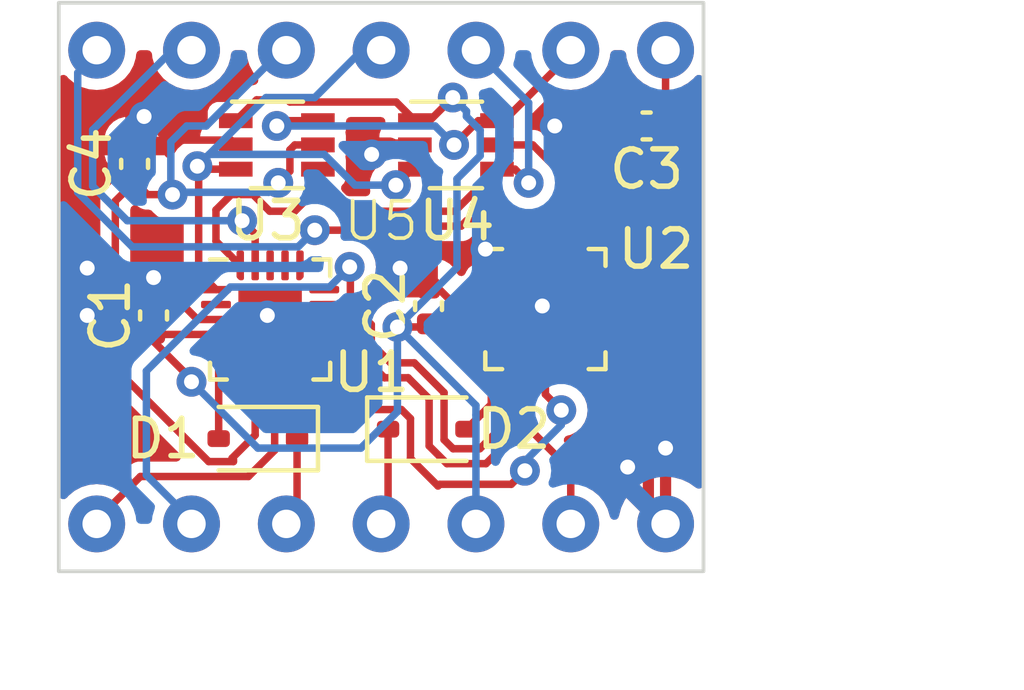
<source format=kicad_pcb>
(kicad_pcb (version 20221018) (generator pcbnew)
  (layers (0 "F.Cu" signal) (31 "B.Cu" signal) (34 "B.Paste" user) (35 "F.Paste" user) (36 "B.SilkS" user "B.Silkscreen") (37 "F.SilkS" user "F.Silkscreen") (38 "B.Mask" user) (39 "F.Mask" user) (44 "Edge.Cuts" user))
  (net 0 "")
  (net 1 "+3.3V")
  (net 2 "GND")
  (net 3 "CURR_TRIP_LOW")
  (net 4 "CURR_TRIP_HIGH")
  (net 5 "HW_OVERCURRENT")
  (net 6 "Net-(D1-A)")
  (net 7 "DISABLE")
  (net 8 "Net-(D2-A)")
  (net 9 "SCL")
  (net 12 "CURR2")
  (net 15 "CURR1")
  (net 16 "CURR3")
  (net 21 "UPDI")
  (net 22 "SDA")
  (net 31 "UPDI2")
  (net 32 "+3.3VADC")
  (footprint "Capacitor_SMD:C_0402_1005Metric" (layer "F.Cu") (at 157.734 96.774 90)
    (fp_text reference "C2" (at 0 -1.16 90) (layer "F.SilkS"))
    (fp_text value "1u")
    (fp_line (start -0.107836 -0.36) (end 0.107836 -0.36) (stroke (width 0.12)) (layer "F.SilkS"))
    (fp_line (start -0.107836 0.36) (end 0.107836 0.36) (stroke (width 0.12)) (layer "F.SilkS"))
    (pad "1" smd roundrect (at -0.48 0 90) (size 0.56 0.62) (layers "F.Cu" "F.Paste" "F.Mask") (net 1 "+3.3V"))
    (pad "2" smd roundrect (at 0.48 0 90) (size 0.56 0.62) (layers "F.Cu" "F.Paste" "F.Mask") (net 2 "GND"))
  )
  (footprint "Package_TO_SOT_SMD:Texas_R-PDSO-G6" (layer "F.Cu") (at 153.67 92.456)
    (fp_text reference "U3" (at -0.254 2.032) (layer "F.SilkS"))
    (fp_text value "TPL0401A-10DCKR")
    (fp_line (start -0.7 1.16) (end 0.7 1.16) (stroke (width 0.12)) (layer "F.SilkS"))
    (fp_line (start 0.7 -1.16) (end -1.2 -1.16) (stroke (width 0.12)) (layer "F.SilkS"))
    (pad "1" smd rect (at -1.1 -0.65) (size 0.9 0.4) (layers "F.Cu" "F.Paste" "F.Mask") (net 1 "+3.3V"))
    (pad "2" smd rect (at -1.1 0) (size 0.9 0.4) (layers "F.Cu" "F.Paste" "F.Mask") (net 2 "GND"))
    (pad "3" smd rect (at -1.1 0.65) (size 0.9 0.4) (layers "F.Cu" "F.Paste" "F.Mask") (net 9 "SCL"))
    (pad "4" smd rect (at 1.1 0.65) (size 0.9 0.4) (layers "F.Cu" "F.Paste" "F.Mask") (net 22 "SDA"))
    (pad "5" smd rect (at 1.1 0) (size 0.9 0.4) (layers "F.Cu" "F.Paste" "F.Mask") (net 4 "CURR_TRIP_HIGH"))
    (pad "6" smd rect (at 1.1 -0.65) (size 0.9 0.4) (layers "F.Cu" "F.Paste" "F.Mask") (net 32 "+3.3VADC"))
  )
  (footprint "Diode_SMD:D_SOD-323" (layer "F.Cu") (at 157.7 100.076)
    (fp_text reference "D2" (at 2.32 0) (layer "F.SilkS"))
    (fp_text value "1N5819WS")
    (fp_line (start -1.61 -0.85) (end -1.61 0.85) (stroke (width 0.12)) (layer "F.SilkS"))
    (fp_line (start -1.61 -0.85) (end 1.05 -0.85) (stroke (width 0.12)) (layer "F.SilkS"))
    (fp_line (start -1.61 0.85) (end 1.05 0.85) (stroke (width 0.12)) (layer "F.SilkS"))
    (pad "1" smd roundrect (at -1.05 0) (size 0.6 0.45) (layers "F.Cu" "F.Paste" "F.Mask") (net 7 "DISABLE"))
    (pad "2" smd roundrect (at 1.05 0) (size 0.6 0.45) (layers "F.Cu" "F.Paste" "F.Mask") (net 8 "Net-(D2-A)"))
  )
  (footprint "Capacitor_SMD:C_0402_1005Metric" (layer "F.Cu") (at 163.576 91.948 180)
    (fp_text reference "C3" (at 0 -1.16) (layer "F.SilkS"))
    (fp_text value "1u")
    (fp_line (start -0.107836 -0.36) (end 0.107836 -0.36) (stroke (width 0.12)) (layer "F.SilkS"))
    (fp_line (start -0.107836 0.36) (end 0.107836 0.36) (stroke (width 0.12)) (layer "F.SilkS"))
    (pad "1" smd roundrect (at -0.48 0 180) (size 0.56 0.62) (layers "F.Cu" "F.Paste" "F.Mask") (net 3 "CURR_TRIP_LOW"))
    (pad "2" smd roundrect (at 0.48 0 180) (size 0.56 0.62) (layers "F.Cu" "F.Paste" "F.Mask") (net 2 "GND"))
  )
  (footprint "Package_DFN_QFN:VQFN-20-1EP_3x3mm_P0.4mm_EP1.7x1.7mm" (layer "F.Cu") (at 153.49 97.136)
    (fp_text reference "U1" (at 2.72 1.416) (layer "F.SilkS"))
    (fp_text value "ATTINY1616-MNR")
    (fp_line (start -1.61 1.61) (end -1.61 1.16) (stroke (width 0.12)) (layer "F.SilkS"))
    (fp_line (start -1.16 -1.61) (end -1.61 -1.61) (stroke (width 0.12)) (layer "F.SilkS"))
    (fp_line (start -1.16 1.61) (end -1.61 1.61) (stroke (width 0.12)) (layer "F.SilkS"))
    (fp_line (start 1.16 -1.61) (end 1.61 -1.61) (stroke (width 0.12)) (layer "F.SilkS"))
    (fp_line (start 1.16 1.61) (end 1.61 1.61) (stroke (width 0.12)) (layer "F.SilkS"))
    (fp_line (start 1.61 -1.61) (end 1.61 -1.16) (stroke (width 0.12)) (layer "F.SilkS"))
    (fp_line (start 1.61 1.61) (end 1.61 1.16) (stroke (width 0.12)) (layer "F.SilkS"))
    (pad "1" smd custom (at -1.45 -0.8) (size 0.143431 0.143431) (layers "F.Cu" "F.Paste" "F.Mask") (net 9 "SCL") (options (clearance outline) (anchor circle)) (primitives (gr_poly (pts (xy 0.35 0.000711) (xy 0.35 0.05) (xy -0.35 0.05) (xy -0.35 -0.05) (xy 0.299289 -0.05)) (width 0.1) (fill yes))))
    (pad "2" smd roundrect (at -1.45 -0.4) (size 0.8 0.2) (layers "F.Cu" "F.Paste" "F.Mask"))
    (pad "3" smd roundrect (at -1.45 0) (size 0.8 0.2) (layers "F.Cu" "F.Paste" "F.Mask") (net 2 "GND"))
    (pad "4" smd roundrect (at -1.45 0.4) (size 0.8 0.2) (layers "F.Cu" "F.Paste" "F.Mask") (net 1 "+3.3V"))
    (pad "5" smd custom (at -1.45 0.8) (size 0.143431 0.143431) (layers "F.Cu" "F.Paste" "F.Mask") (net 6 "Net-(D1-A)") (options (clearance outline) (anchor circle)) (primitives (gr_poly (pts (xy 0.35 -0.000711) (xy 0.299289 0.05) (xy -0.35 0.05) (xy -0.35 -0.05) (xy 0.35 -0.05)) (width 0.1) (fill yes))))
    (pad "6" smd custom (at -0.8 1.45) (size 0.143431 0.143431) (layers "F.Cu" "F.Paste" "F.Mask") (net 4 "CURR_TRIP_HIGH") (options (clearance outline) (anchor circle)) (primitives (gr_poly (pts (xy 0.05 0.35) (xy -0.05 0.35) (xy -0.05 -0.299289) (xy 0.000711 -0.35) (xy 0.05 -0.35)) (width 0.1) (fill yes))))
    (pad "7" smd roundrect (at -0.4 1.45) (size 0.2 0.8) (layers "F.Cu" "F.Paste" "F.Mask") (net 4 "CURR_TRIP_HIGH"))
    (pad "8" smd roundrect (at 0 1.45) (size 0.2 0.8) (layers "F.Cu" "F.Paste" "F.Mask") (net 4 "CURR_TRIP_HIGH"))
    (pad "9" smd roundrect (at 0.4 1.45) (size 0.2 0.8) (layers "F.Cu" "F.Paste" "F.Mask"))
    (pad "10" smd custom (at 0.8 1.45) (size 0.143431 0.143431) (layers "F.Cu" "F.Paste" "F.Mask") (net 12 "CURR2") (options (clearance outline) (anchor circle)) (primitives (gr_poly (pts (xy 0.05 -0.299289) (xy 0.05 0.35) (xy -0.05 0.35) (xy -0.05 -0.35) (xy -0.000711 -0.35)) (width 0.1) (fill yes))))
    (pad "11" smd custom (at 1.45 0.8) (size 0.143431 0.143431) (layers "F.Cu" "F.Paste" "F.Mask") (options (clearance outline) (anchor circle)) (primitives (gr_poly (pts (xy 0.35 0.05) (xy -0.299289 0.05) (xy -0.35 -0.000711) (xy -0.35 -0.05) (xy 0.35 -0.05)) (width 0.1) (fill yes))))
    (pad "12" smd roundrect (at 1.45 0.4) (size 0.8 0.2) (layers "F.Cu" "F.Paste" "F.Mask"))
    (pad "13" smd roundrect (at 1.45 0) (size 0.8 0.2) (layers "F.Cu" "F.Paste" "F.Mask") (net 15 "CURR1"))
    (pad "14" smd roundrect (at 1.45 -0.4) (size 0.8 0.2) (layers "F.Cu" "F.Paste" "F.Mask") (net 16 "CURR3"))
    (pad "15" smd custom (at 1.45 -0.8) (size 0.143431 0.143431) (layers "F.Cu" "F.Paste" "F.Mask") (options (clearance outline) (anchor circle)) (primitives (gr_poly (pts (xy 0.35 0.05) (xy -0.35 0.05) (xy -0.35 0.000711) (xy -0.299289 -0.05) (xy 0.35 -0.05)) (width 0.1) (fill yes))))
    (pad "16" smd custom (at 0.8 -1.45) (size 0.143431 0.143431) (layers "F.Cu" "F.Paste" "F.Mask") (options (clearance outline) (anchor circle)) (primitives (gr_poly (pts (xy 0.05 0.299289) (xy -0.000711 0.35) (xy -0.05 0.35) (xy -0.05 -0.35) (xy 0.05 -0.35)) (width 0.1) (fill yes))))
    (pad "17" smd roundrect (at 0.4 -1.45) (size 0.2 0.8) (layers "F.Cu" "F.Paste" "F.Mask"))
    (pad "18" smd roundrect (at 0 -1.45) (size 0.2 0.8) (layers "F.Cu" "F.Paste" "F.Mask"))
    (pad "19" smd roundrect (at -0.4 -1.45) (size 0.2 0.8) (layers "F.Cu" "F.Paste" "F.Mask") (net 21 "UPDI"))
    (pad "20" smd custom (at -0.8 -1.45) (size 0.143431 0.143431) (layers "F.Cu" "F.Paste" "F.Mask") (net 22 "SDA") (options (clearance outline) (anchor circle)) (primitives (gr_poly (pts (xy 0.05 0.35) (xy 0.000711 0.35) (xy -0.05 0.299289) (xy -0.05 -0.35) (xy 0.05 -0.35)) (width 0.1) (fill yes))))
    (pad "21" smd rect (at 0 0) (size 1.7 1.7) (layers "F.Cu" "F.Mask") (net 2 "GND"))
  )
  (footprint "Capacitor_SMD:C_0402_1005Metric" (layer "F.Cu") (at 149.86 92.964 90)
    (fp_text reference "C4" (at 0 -1.16 90) (layer "F.SilkS"))
    (fp_text value "1u")
    (fp_line (start -0.107836 -0.36) (end 0.107836 -0.36) (stroke (width 0.12)) (layer "F.SilkS"))
    (fp_line (start -0.107836 0.36) (end 0.107836 0.36) (stroke (width 0.12)) (layer "F.SilkS"))
    (pad "1" smd roundrect (at -0.48 0 90) (size 0.56 0.62) (layers "F.Cu" "F.Paste" "F.Mask") (net 4 "CURR_TRIP_HIGH"))
    (pad "2" smd roundrect (at 0.48 0 90) (size 0.56 0.62) (layers "F.Cu" "F.Paste" "F.Mask") (net 2 "GND"))
  )
  (footprint "Capacitor_SMD:C_0402_1005Metric" (layer "F.Cu") (at 150.368 97.028 90)
    (fp_text reference "C1" (at 0 -1.16 90) (layer "F.SilkS"))
    (fp_text value "1u")
    (fp_line (start -0.107836 -0.36) (end 0.107836 -0.36) (stroke (width 0.12)) (layer "F.SilkS"))
    (fp_line (start -0.107836 0.36) (end 0.107836 0.36) (stroke (width 0.12)) (layer "F.SilkS"))
    (pad "1" smd roundrect (at -0.48 0 90) (size 0.56 0.62) (layers "F.Cu" "F.Paste" "F.Mask") (net 1 "+3.3V"))
    (pad "2" smd roundrect (at 0.48 0 90) (size 0.56 0.62) (layers "F.Cu" "F.Paste" "F.Mask") (net 2 "GND"))
  )
  (footprint "GigaVescLibs:HWProt" (layer "F.Cu") (at 156.464 94.996)
    (fp_text reference "U5" (at 0 -0.5 unlocked) (layer "F.SilkS") (effects (font (thickness 0.1))))
    (fp_text value "HWProt")
    (pad "1" thru_hole circle (at -7.62 -5.08) (size 1.524 1.524) (drill 0.762) (layers "*.Cu" "*.Mask") (net 31 "UPDI2"))
    (pad "2" thru_hole circle (at -5.08 -5.08) (size 1.524 1.524) (drill 0.762) (layers "*.Cu" "*.Mask") (net 21 "UPDI"))
    (pad "3" thru_hole circle (at -2.54 -5.08) (size 1.524 1.524) (drill 0.762) (layers "*.Cu" "*.Mask") (net 4 "CURR_TRIP_HIGH"))
    (pad "4" thru_hole circle (at 0 -5.08) (size 1.524 1.524) (drill 0.762) (layers "*.Cu" "*.Mask") (net 9 "SCL"))
    (pad "5" thru_hole circle (at 2.54 -5.08) (size 1.524 1.524) (drill 0.762) (layers "*.Cu" "*.Mask") (net 22 "SDA"))
    (pad "6" thru_hole circle (at 5.08 -5.08) (size 1.524 1.524) (drill 0.762) (layers "*.Cu" "*.Mask") (net 32 "+3.3VADC"))
    (pad "7" thru_hole circle (at 7.62 -5.08) (size 1.524 1.524) (drill 0.762) (layers "*.Cu" "*.Mask") (net 3 "CURR_TRIP_LOW"))
    (pad "8" thru_hole circle (at -7.62 7.62) (size 1.524 1.524) (drill 0.762) (layers "*.Cu" "*.Mask") (net 12 "CURR2"))
    (pad "9" thru_hole circle (at -5.08 7.62) (size 1.524 1.524) (drill 0.762) (layers "*.Cu" "*.Mask") (net 16 "CURR3"))
    (pad "10" thru_hole circle (at -2.54 7.62) (size 1.524 1.524) (drill oval 0.762) (layers "*.Cu" "*.Mask") (net 5 "HW_OVERCURRENT"))
    (pad "11" thru_hole circle (at 0 7.62) (size 1.524 1.524) (drill 0.762) (layers "*.Cu" "*.Mask") (net 7 "DISABLE"))
    (pad "12" thru_hole circle (at 2.54 7.62) (size 1.524 1.524) (drill 0.762) (layers "*.Cu" "*.Mask") (net 1 "+3.3V"))
    (pad "13" thru_hole circle (at 5.08 7.62) (size 1.524 1.524) (drill 0.762) (layers "*.Cu" "*.Mask") (net 15 "CURR1"))
    (pad "14" thru_hole circle (at 7.62 7.62) (size 1.524 1.524) (drill 0.762) (layers "*.Cu" "*.Mask") (net 2 "GND"))
  )
  (footprint "Diode_SMD:D_SOD-323" (layer "F.Cu") (at 153.162 100.33 180)
    (fp_text reference "D1" (at 2.54 0) (layer "F.SilkS"))
    (fp_text value "1N5819WS")
    (fp_line (start -1.61 -0.85) (end -1.61 0.85) (stroke (width 0.12)) (layer "F.SilkS"))
    (fp_line (start -1.61 -0.85) (end 1.05 -0.85) (stroke (width 0.12)) (layer "F.SilkS"))
    (fp_line (start -1.61 0.85) (end 1.05 0.85) (stroke (width 0.12)) (layer "F.SilkS"))
    (pad "1" smd roundrect (at -1.05 0 180) (size 0.6 0.45) (layers "F.Cu" "F.Paste" "F.Mask") (net 5 "HW_OVERCURRENT"))
    (pad "2" smd roundrect (at 1.05 0 180) (size 0.6 0.45) (layers "F.Cu" "F.Paste" "F.Mask") (net 6 "Net-(D1-A)"))
  )
  (footprint "Package_DFN_QFN:VQFN-20-1EP_3x3mm_P0.4mm_EP1.7x1.7mm" (layer "F.Cu") (at 160.865 96.857)
    (fp_text reference "U2" (at 2.965 -1.607) (layer "F.SilkS"))
    (fp_text value "ATTINY1616-MNR")
    (fp_line (start -1.61 1.61) (end -1.61 1.16) (stroke (width 0.12)) (layer "F.SilkS"))
    (fp_line (start -1.16 -1.61) (end -1.61 -1.61) (stroke (width 0.12)) (layer "F.SilkS"))
    (fp_line (start -1.16 1.61) (end -1.61 1.61) (stroke (width 0.12)) (layer "F.SilkS"))
    (fp_line (start 1.16 -1.61) (end 1.61 -1.61) (stroke (width 0.12)) (layer "F.SilkS"))
    (fp_line (start 1.16 1.61) (end 1.61 1.61) (stroke (width 0.12)) (layer "F.SilkS"))
    (fp_line (start 1.61 -1.61) (end 1.61 -1.16) (stroke (width 0.12)) (layer "F.SilkS"))
    (fp_line (start 1.61 1.61) (end 1.61 1.16) (stroke (width 0.12)) (layer "F.SilkS"))
    (pad "1" smd custom (at -1.45 -0.8) (size 0.143431 0.143431) (layers "F.Cu" "F.Paste" "F.Mask") (options (clearance outline) (anchor circle)) (primitives (gr_poly (pts (xy 0.35 0.000711) (xy 0.35 0.05) (xy -0.35 0.05) (xy -0.35 -0.05) (xy 0.299289 -0.05)) (width 0.1) (fill yes))))
    (pad "2" smd roundrect (at -1.45 -0.4) (size 0.8 0.2) (layers "F.Cu" "F.Paste" "F.Mask"))
    (pad "3" smd roundrect (at -1.45 0) (size 0.8 0.2) (layers "F.Cu" "F.Paste" "F.Mask") (net 2 "GND"))
    (pad "4" smd roundrect (at -1.45 0.4) (size 0.8 0.2) (layers "F.Cu" "F.Paste" "F.Mask") (net 1 "+3.3V"))
    (pad "5" smd custom (at -1.45 0.8) (size 0.143431 0.143431) (layers "F.Cu" "F.Paste" "F.Mask") (net 8 "Net-(D2-A)") (options (clearance outline) (anchor circle)) (primitives (gr_poly (pts (xy 0.35 -0.000711) (xy 0.299289 0.05) (xy -0.35 0.05) (xy -0.35 -0.05) (xy 0.35 -0.05)) (width 0.1) (fill yes))))
    (pad "6" smd custom (at -0.8 1.45) (size 0.143431 0.143431) (layers "F.Cu" "F.Paste" "F.Mask") (net 16 "CURR3") (options (clearance outline) (anchor circle)) (primitives (gr_poly (pts (xy 0.05 0.35) (xy -0.05 0.35) (xy -0.05 -0.299289) (xy 0.000711 -0.35) (xy 0.05 -0.35)) (width 0.1) (fill yes))))
    (pad "7" smd roundrect (at -0.4 1.45) (size 0.2 0.8) (layers "F.Cu" "F.Paste" "F.Mask") (net 15 "CURR1"))
    (pad "8" smd roundrect (at 0 1.45) (size 0.2 0.8) (layers "F.Cu" "F.Paste" "F.Mask") (net 12 "CURR2"))
    (pad "9" smd roundrect (at 0.4 1.45) (size 0.2 0.8) (layers "F.Cu" "F.Paste" "F.Mask"))
    (pad "10" smd custom (at 0.8 1.45) (size 0.143431 0.143431) (layers "F.Cu" "F.Paste" "F.Mask") (net 3 "CURR_TRIP_LOW") (options (clearance outline) (anchor circle)) (primitives (gr_poly (pts (xy 0.05 -0.299289) (xy 0.05 0.35) (xy -0.05 0.35) (xy -0.05 -0.35) (xy -0.000711 -0.35)) (width 0.1) (fill yes))))
    (pad "11" smd custom (at 1.45 0.8) (size 0.143431 0.143431) (layers "F.Cu" "F.Paste" "F.Mask") (options (clearance outline) (anchor circle)) (primitives (gr_poly (pts (xy 0.35 0.05) (xy -0.299289 0.05) (xy -0.35 -0.000711) (xy -0.35 -0.05) (xy 0.35 -0.05)) (width 0.1) (fill yes))))
    (pad "12" smd roundrect (at 1.45 0.4) (size 0.8 0.2) (layers "F.Cu" "F.Paste" "F.Mask"))
    (pad "13" smd roundrect (at 1.45 0) (size 0.8 0.2) (layers "F.Cu" "F.Paste" "F.Mask") (net 3 "CURR_TRIP_LOW"))
    (pad "14" smd roundrect (at 1.45 -0.4) (size 0.8 0.2) (layers "F.Cu" "F.Paste" "F.Mask") (net 3 "CURR_TRIP_LOW"))
    (pad "15" smd custom (at 1.45 -0.8) (size 0.143431 0.143431) (layers "F.Cu" "F.Paste" "F.Mask") (options (clearance outline) (anchor circle)) (primitives (gr_poly (pts (xy 0.35 0.05) (xy -0.35 0.05) (xy -0.35 0.000711) (xy -0.299289 -0.05) (xy 0.35 -0.05)) (width 0.1) (fill yes))))
    (pad "16" smd custom (at 0.8 -1.45) (size 0.143431 0.143431) (layers "F.Cu" "F.Paste" "F.Mask") (options (clearance outline) (anchor circle)) (primitives (gr_poly (pts (xy 0.05 0.299289) (xy -0.000711 0.35) (xy -0.05 0.35) (xy -0.05 -0.35) (xy 0.05 -0.35)) (width 0.1) (fill yes))))
    (pad "17" smd roundrect (at 0.4 -1.45) (size 0.2 0.8) (layers "F.Cu" "F.Paste" "F.Mask"))
    (pad "18" smd roundrect (at 0 -1.45) (size 0.2 0.8) (layers "F.Cu" "F.Paste" "F.Mask"))
    (pad "19" smd roundrect (at -0.4 -1.45) (size 0.2 0.8) (layers "F.Cu" "F.Paste" "F.Mask") (net 31 "UPDI2"))
    (pad "20" smd custom (at -0.8 -1.45) (size 0.143431 0.143431) (layers "F.Cu" "F.Paste" "F.Mask") (options (clearance outline) (anchor circle)) (primitives (gr_poly (pts (xy 0.05 0.35) (xy 0.000711 0.35) (xy -0.05 0.299289) (xy -0.05 -0.35) (xy 0.05 -0.35)) (width 0.1) (fill yes))))
    (pad "21" smd rect (at 0 0) (size 1.7 1.7) (layers "F.Cu" "F.Mask") (net 2 "GND"))
  )
  (footprint "Package_TO_SOT_SMD:Texas_R-PDSO-G6" (layer "F.Cu") (at 158.468 92.456)
    (fp_text reference "U4" (at 0.028 2.032) (layer "F.SilkS"))
    (fp_text value "TPL0401B-10DCKR")
    (fp_line (start -0.7 1.16) (end 0.7 1.16) (stroke (width 0.12)) (layer "F.SilkS"))
    (fp_line (start 0.7 -1.16) (end -1.2 -1.16) (stroke (width 0.12)) (layer "F.SilkS"))
    (pad "1" smd rect (at -1.1 -0.65) (size 0.9 0.4) (layers "F.Cu" "F.Paste" "F.Mask") (net 1 "+3.3V"))
    (pad "2" smd rect (at -1.1 0) (size 0.9 0.4) (layers "F.Cu" "F.Paste" "F.Mask") (net 2 "GND"))
    (pad "3" smd rect (at -1.1 0.65) (size 0.9 0.4) (layers "F.Cu" "F.Paste" "F.Mask") (net 9 "SCL"))
    (pad "4" smd rect (at 1.1 0.65) (size 0.9 0.4) (layers "F.Cu" "F.Paste" "F.Mask") (net 22 "SDA"))
    (pad "5" smd rect (at 1.1 0) (size 0.9 0.4) (layers "F.Cu" "F.Paste" "F.Mask") (net 3 "CURR_TRIP_LOW"))
    (pad "6" smd rect (at 1.1 -0.65) (size 0.9 0.4) (layers "F.Cu" "F.Paste" "F.Mask") (net 32 "+3.3VADC"))
  )
  (gr_rect (start 147.828 88.646) (end 165.1 103.886) (stroke (width 0.1)) (fill none) (layer "Edge.Cuts"))
  (segment (start 156.868 91.306) (end 154.02205 91.306) (width 0.2) (layer "F.Cu") (net 1))
  (segment (start 157.368 91.806) (end 157.764 91.806) (width 0.2) (layer "F.Cu") (net 1))
  (segment (start 157.368 91.806) (end 156.868 91.306) (width 0.2) (layer "F.Cu") (net 1))
  (segment (start 157.65184 97.33616) (end 157.734 97.254) (width 0.2) (layer "F.Cu") (net 1))
  (segment (start 156.9005 97.33616) (end 157.65184 97.33616) (width 0.2) (layer "F.Cu") (net 1))
  (segment (start 152.04 97.536) (end 150.556 97.536) (width 0.2) (layer "F.Cu") (net 1))
  (segment (start 157.734 97.254) (end 157.737 97.257) (width 0.2) (layer "F.Cu") (net 1))
  (segment (start 157.737 97.257) (end 159.415 97.257) (width 0.2) (layer "F.Cu") (net 1))
  (segment (start 157.764 91.806) (end 158.384 91.186) (width 0.2) (layer "F.Cu") (net 1))
  (segment (start 154.02205 91.306) (end 153.96405 91.248) (width 0.2) (layer "F.Cu") (net 1))
  (segment (start 151.384 98.806) (end 151.384 98.74) (width 0.2) (layer "F.Cu") (net 1))
  (segment (start 151.384 98.74) (end 150.368 97.724) (width 0.2) (layer "F.Cu") (net 1))
  (segment (start 153.96405 91.248) (end 153.128 91.248) (width 0.2) (layer "F.Cu") (net 1))
  (segment (start 153.128 91.248) (end 152.57 91.806) (width 0.2) (layer "F.Cu") (net 1))
  (segment (start 150.556 97.536) (end 150.368 97.724) (width 0.2) (layer "F.Cu") (net 1))
  (via (at 158.384 91.186) (size 0.8) (drill 0.4) (layers "F.Cu" "B.Cu") (net 1))
  (via (at 151.384 98.806) (size 0.8) (drill 0.4) (layers "F.Cu" "B.Cu") (net 1))
  (via (at 156.9005 97.33616) (size 0.8) (drill 0.4) (layers "F.Cu" "B.Cu") (net 1))
  (segment (start 158.384 91.186) (end 158.75 91.552) (width 0.2) (layer "B.Cu") (net 1))
  (segment (start 156.9005 99.605859) (end 155.922359 100.584) (width 0.2) (layer "B.Cu") (net 1))
  (segment (start 158.496 93.367452) (end 158.496 95.74066) (width 0.2) (layer "B.Cu") (net 1))
  (segment (start 158.75 91.552) (end 158.75 91.694) (width 0.2) (layer "B.Cu") (net 1))
  (segment (start 158.75 91.694) (end 159.117502 92.061502) (width 0.2) (layer "B.Cu") (net 1))
  (segment (start 158.496 95.74066) (end 156.9005 97.33616) (width 0.2) (layer "B.Cu") (net 1))
  (segment (start 153.162 100.584) (end 151.384 98.806) (width 0.2) (layer "B.Cu") (net 1))
  (segment (start 156.9005 97.33616) (end 159.004 99.43966) (width 0.2) (layer "B.Cu") (net 1))
  (segment (start 156.9005 97.33616) (end 156.9005 99.605859) (width 0.2) (layer "B.Cu") (net 1))
  (segment (start 159.004 99.43966) (end 159.004 99.69366) (width 0.2) (layer "B.Cu") (net 1))
  (segment (start 155.922359 100.584) (end 153.162 100.584) (width 0.2) (layer "B.Cu") (net 1))
  (segment (start 159.117502 92.74595) (end 158.496 93.367452) (width 0.2) (layer "B.Cu") (net 1))
  (segment (start 159.004 99.69366) (end 159.004 102.516) (width 0.2) (layer "B.Cu") (net 1))
  (segment (start 159.117502 92.061502) (end 159.117502 92.74595) (width 0.2) (layer "B.Cu") (net 1))
  (segment (start 156.464 92.456) (end 156.21 92.71) (width 0.2) (layer "F.Cu") (net 2))
  (segment (start 157.368 92.456) (end 156.464 92.456) (width 0.2) (layer "F.Cu") (net 2))
  (segment (start 159.415 96.857) (end 160.865 96.857) (width 0.2) (layer "F.Cu") (net 2))
  (segment (start 157.734 96.04) (end 158.551 96.857) (width 0.2) (layer "F.Cu") (net 2))
  (segment (start 152.04 97.136) (end 151.545025 97.136) (width 0.2) (layer "F.Cu") (net 2))
  (segment (start 156.972 95.758) (end 157.452 95.758) (width 0.2) (layer "F.Cu") (net 2))
  (segment (start 152.04 97.136) (end 153.49 97.136) (width 0.2) (layer "F.Cu") (net 2))
  (segment (start 152.57 92.456) (end 152.4405 92.3265) (width 0.2) (layer "F.Cu") (net 2))
  (segment (start 152.4405 92.3265) (end 150.7465 92.3265) (width 0.2) (layer "F.Cu") (net 2))
  (segment (start 163.623394 100.123394) (end 163.623394 102.155394) (width 0.3) (layer "F.Cu") (net 2))
  (segment (start 151.545025 97.136) (end 150.929025 96.52) (width 0.2) (layer "F.Cu") (net 2))
  (segment (start 163.623394 100.123394) (end 164.084 100.584) (width 0.3) (layer "F.Cu") (net 2))
  (segment (start 149.86 92.484) (end 149.86 91.948) (width 0.2) (layer "F.Cu") (net 2))
  (segment (start 157.452 95.758) (end 157.734 96.04) (width 0.2) (layer "F.Cu") (net 2))
  (segment (start 150.368 96.52) (end 150.368 95.958975) (width 0.2) (layer "F.Cu") (net 2))
  (segment (start 161.3035 91.76) (end 161.1155 91.948) (width 0.2) (layer "F.Cu") (net 2))
  (segment (start 163.096 91.948) (end 161.1155 91.948) (width 0.2) (layer "F.Cu") (net 2))
  (segment (start 149.86 91.948) (end 150.114 91.694) (width 0.2) (layer "F.Cu") (net 2))
  (segment (start 158.551 96.857) (end 159.415 96.857) (width 0.2) (layer "F.Cu") (net 2))
  (segment (start 163.623394 102.155394) (end 163.934 102.466) (width 0.3) (layer "F.Cu") (net 2))
  (segment (start 164.084 100.584) (end 164.084 102.466) (width 0.3) (layer "F.Cu") (net 2))
  (segment (start 150.7465 92.3265) (end 150.114 91.694) (width 0.2) (layer "F.Cu") (net 2))
  (segment (start 163.934 102.466) (end 164.084 102.466) (width 0.3) (layer "F.Cu") (net 2))
  (segment (start 150.929025 96.52) (end 150.368 96.52) (width 0.2) (layer "F.Cu") (net 2))
  (segment (start 150.368 95.958975) (end 150.368 95.824) (width 0.2) (layer "F.Cu") (net 2))
  (via (at 148.59 95.758) (size 0.8) (drill 0.4) (layers "F.Cu" "B.Cu") (net 2))
  (via (at 156.972 95.758) (size 0.8) (drill 0.4) (layers "F.Cu" "B.Cu") (net 2))
  (via (at 150.368 96.012) (size 0.8) (drill 0.4) (layers "F.Cu" "B.Cu") (net 2))
  (via (at 156.21 92.71) (size 0.8) (drill 0.4) (layers "F.Cu" "B.Cu") (net 2))
  (via (at 148.59 97.028) (size 0.8) (drill 0.4) (layers "F.Cu" "B.Cu") (net 2))
  (via (at 161.1155 91.948) (size 0.8) (drill 0.4) (layers "F.Cu" "B.Cu") (net 2))
  (via (at 164.084 100.584) (size 0.8) (drill 0.4) (layers "F.Cu" "B.Cu") (net 2))
  (via (at 163.068 101.092) (size 0.8) (drill 0.4) (layers "F.Cu" "B.Cu") (net 2))
  (via (at 153.416 97.028) (size 0.8) (drill 0.4) (layers "F.Cu" "B.Cu") (net 2))
  (via (at 160.782 96.774) (size 0.8) (drill 0.4) (layers "F.Cu" "B.Cu") (net 2))
  (via (at 159.258 95.25) (size 0.8) (drill 0.4) (layers "F.Cu" "B.Cu") (net 2))
  (via (at 150.114 91.694) (size 0.8) (drill 0.4) (layers "F.Cu" "B.Cu") (net 2))
  (segment (start 162.315 96.857) (end 162.985 96.857) (width 0.2) (layer "F.Cu") (net 3))
  (segment (start 162.559975 98.307) (end 161.665 98.307) (width 0.2) (layer "F.Cu") (net 3))
  (segment (start 163.068 97.798975) (end 162.559975 98.307) (width 0.2) (layer "F.Cu") (net 3))
  (segment (start 163.068 93.98) (end 163.068 93.752975) (width 0.2) (layer "F.Cu") (net 3))
  (segment (start 164.084 92.736975) (end 164.084 90.362) (width 0.2) (layer "F.Cu") (net 3))
  (segment (start 163.068 93.752975) (end 164.084 92.736975) (width 0.2) (layer "F.Cu") (net 3))
  (segment (start 163.068 96.774) (end 163.068 97.798975) (width 0.2) (layer "F.Cu") (net 3))
  (segment (start 160.528 92.456) (end 162.052 93.98) (width 0.2) (layer "F.Cu") (net 3))
  (segment (start 162.985 96.857) (end 163.068 96.774) (width 0.2) (layer "F.Cu") (net 3))
  (segment (start 159.568 92.456) (end 160.528 92.456) (width 0.2) (layer "F.Cu") (net 3))
  (segment (start 162.052 93.98) (end 163.068 93.98) (width 0.2) (layer "F.Cu") (net 3))
  (segment (start 162.315 96.457) (end 162.877 96.457) (width 0.2) (layer "F.Cu") (net 3))
  (segment (start 163.068 96.266) (end 163.068 96.774) (width 0.2) (layer "F.Cu") (net 3))
  (segment (start 163.068 93.98) (end 163.068 96.266) (width 0.2) (layer "F.Cu") (net 3))
  (segment (start 162.877 96.457) (end 163.068 96.266) (width 0.2) (layer "F.Cu") (net 3))
  (segment (start 152.69 99.096) (end 153.09 99.496) (width 0.2) (layer "F.Cu") (net 4))
  (segment (start 154.15195 92.456) (end 154.77 92.456) (width 0.2) (layer "F.Cu") (net 4))
  (segment (start 153.09 98.586) (end 153.09 99.496) (width 0.2) (layer "F.Cu") (net 4))
  (segment (start 154.02 92.58795) (end 154.15195 92.456) (width 0.2) (layer "F.Cu") (net 4))
  (segment (start 152.69 98.586) (end 152.69 99.096) (width 0.2) (layer "F.Cu") (net 4))
  (segment (start 149.343 98.444363) (end 149.343 93.961) (width 0.2) (layer "F.Cu") (net 4))
  (segment (start 153.09 100.235363) (end 152.470363 100.855) (width 0.2) (layer "F.Cu") (net 4))
  (segment (start 153.49 99.096) (end 153.09 99.496) (width 0.2) (layer "F.Cu") (net 4))
  (segment (start 150.876 93.7885) (end 150.2045 93.7885) (width 0.2) (layer "F.Cu") (net 4))
  (segment (start 153.49 98.586) (end 153.49 99.096) (width 0.2) (layer "F.Cu") (net 4))
  (segment (start 153.09 99.496) (end 153.09 100.235363) (width 0.2) (layer "F.Cu") (net 4))
  (segment (start 154.02 93.159696) (end 154.02 92.58795) (width 0.2) (layer "F.Cu") (net 4))
  (segment (start 151.844637 100.946) (end 149.343 98.444363) (width 0.2) (layer "F.Cu") (net 4))
  (segment (start 152.508 100.946) (end 151.844637 100.946) (width 0.2) (layer "F.Cu") (net 4))
  (segment (start 153.707696 93.472) (end 154.02 93.159696) (width 0.2) (layer "F.Cu") (net 4))
  (segment (start 149.343 93.961) (end 149.86 93.444) (width 0.2) (layer "F.Cu") (net 4))
  (segment (start 152.508 100.892637) (end 152.508 100.946) (width 0.2) (layer "F.Cu") (net 4))
  (segment (start 150.2045 93.7885) (end 149.86 93.444) (width 0.2) (layer "F.Cu") (net 4))
  (segment (start 152.470363 100.855) (end 152.508 100.892637) (width 0.2) (layer "F.Cu") (net 4))
  (via (at 150.876 93.7885) (size 0.8) (drill 0.4) (layers "F.Cu" "B.Cu") (net 4))
  (via (at 153.707696 93.472) (size 0.8) (drill 0.4) (layers "F.Cu" "B.Cu") (net 4))
  (segment (start 153.710333 90.016) (end 153.924 90.016) (width 0.2) (layer "B.Cu") (net 4))
  (segment (start 150.830356 93.742856) (end 150.830356 92.374644) (width 0.2) (layer "B.Cu") (net 4))
  (segment (start 153.453696 93.726) (end 153.707696 93.472) (width 0.2) (layer "B.Cu") (net 4))
  (segment (start 150.9385 93.726) (end 153.453696 93.726) (width 0.2) (layer "B.Cu") (net 4))
  (segment (start 150.830356 92.374644) (end 151.257 91.948) (width 0.2) (layer "B.Cu") (net 4))
  (segment (start 150.876 93.7885) (end 150.830356 93.742856) (width 0.2) (layer "B.Cu") (net 4))
  (segment (start 151.778333 91.948) (end 153.710333 90.016) (width 0.2) (layer "B.Cu") (net 4))
  (segment (start 151.257 91.948) (end 151.778333 91.948) (width 0.2) (layer "B.Cu") (net 4))
  (segment (start 150.876 93.7885) (end 150.9385 93.726) (width 0.2) (layer "B.Cu") (net 4))
  (segment (start 154.212 100.584) (end 154.212 102.328) (width 0.2) (layer "F.Cu") (net 5))
  (segment (start 154.212 102.328) (end 154.024 102.516) (width 0.2) (layer "F.Cu") (net 5))
  (segment (start 154.024 102.516) (end 153.924 102.516) (width 0.2) (layer "F.Cu") (net 5))
  (segment (start 152.112 98.008) (end 152.04 97.936) (width 0.2) (layer "F.Cu") (net 6))
  (segment (start 152.112 100.33) (end 152.112 98.008) (width 0.2) (layer "F.Cu") (net 6))
  (segment (start 156.65 100.076) (end 156.65 102.43) (width 0.2) (layer "F.Cu") (net 7))
  (segment (start 156.65 102.43) (end 156.564 102.516) (width 0.2) (layer "F.Cu") (net 7))
  (segment (start 156.564 102.516) (end 156.464 102.516) (width 0.2) (layer "F.Cu") (net 7))
  (segment (start 158.75 100.076) (end 159.415 99.411) (width 0.2) (layer "F.Cu") (net 8))
  (segment (start 159.415 99.411) (end 159.415 97.657) (width 0.2) (layer "F.Cu") (net 8))
  (segment (start 157.368 93.106) (end 157.2885 93.106) (width 0.2) (layer "F.Cu") (net 9))
  (segment (start 151.620183 93.106) (end 151.540683 93.0265) (width 0.2) (layer "F.Cu") (net 9))
  (segment (start 151.540683 93.0265) (end 151.576 93.061817) (width 0.2) (layer "F.Cu") (net 9))
  (segment (start 151.576 93.061817) (end 151.576 95.872) (width 0.2) (layer "F.Cu") (net 9))
  (segment (start 151.576 95.872) (end 152.04 96.336) (width 0.2) (layer "F.Cu") (net 9))
  (segment (start 157.2885 93.106) (end 156.86 93.5345) (width 0.2) (layer "F.Cu") (net 9))
  (segment (start 152.57 93.106) (end 151.620183 93.106) (width 0.2) (layer "F.Cu") (net 9))
  (via (at 156.86 93.5345) (size 0.8) (drill 0.4) (layers "F.Cu" "B.Cu") (net 9))
  (via (at 151.540683 93.0265) (size 0.8) (drill 0.4) (layers "F.Cu" "B.Cu") (net 9))
  (segment (start 151.540683 93.0265) (end 153.381183 91.186) (width 0.2) (layer "B.Cu") (net 9))
  (segment (start 154.94 92.71) (end 155.7645 93.5345) (width 0.2) (layer "B.Cu") (net 9))
  (segment (start 155.856 90.016) (end 156.818 90.016) (width 0.2) (layer "B.Cu") (net 9))
  (segment (start 154.686 91.186) (end 155.856 90.016) (width 0.2) (layer "B.Cu") (net 9))
  (segment (start 151.540683 93.0265) (end 151.857183 92.71) (width 0.2) (layer "B.Cu") (net 9))
  (segment (start 153.381183 91.186) (end 154.686 91.186) (width 0.2) (layer "B.Cu") (net 9))
  (segment (start 155.7645 93.5345) (end 156.86 93.5345) (width 0.2) (layer "B.Cu") (net 9))
  (segment (start 151.857183 92.71) (end 154.94 92.71) (width 0.2) (layer "B.Cu") (net 9))
  (segment (start 156.010637 99.622637) (end 156.082274 99.551) (width 0.2) (layer "F.Cu") (net 12))
  (segment (start 150.014 101.346) (end 148.844 102.516) (width 0.2) (layer "F.Cu") (net 12))
  (segment (start 152.908 101.346) (end 150.014 101.346) (width 0.2) (layer "F.Cu") (net 12))
  (segment (start 154.036 99.622637) (end 153.612 100.046637) (width 0.2) (layer "F.Cu") (net 12))
  (segment (start 154.178 99.622637) (end 156.010637 99.622637) (width 0.2) (layer "F.Cu") (net 12))
  (segment (start 156.082274 99.551) (end 157.008363 99.551) (width 0.2) (layer "F.Cu") (net 12))
  (segment (start 157.988 101.6) (end 158.034 101.554) (width 0.2) (layer "F.Cu") (net 12))
  (segment (start 154.178 99.622637) (end 154.036 99.622637) (width 0.2) (layer "F.Cu") (net 12))
  (segment (start 160.865 98.307) (end 160.865 99.143) (width 0.2) (layer "F.Cu") (net 12))
  (segment (start 153.612 100.642) (end 152.908 101.346) (width 0.2) (layer "F.Cu") (net 12))
  (segment (start 154.29 99.622637) (end 154.178 99.622637) (width 0.2) (layer "F.Cu") (net 12))
  (segment (start 157.25 99.792637) (end 157.25 100.862) (width 0.2) (layer "F.Cu") (net 12))
  (segment (start 154.29 98.586) (end 154.29 99.622637) (width 0.2) (layer "F.Cu") (net 12))
  (segment (start 160.865 99.143) (end 161.29 99.568) (width 0.2) (layer "F.Cu") (net 12))
  (segment (start 157.008363 99.551) (end 157.25 99.792637) (width 0.2) (layer "F.Cu") (net 12))
  (segment (start 153.612 100.046637) (end 153.612 100.642) (width 0.2) (layer "F.Cu") (net 12))
  (segment (start 158.034 101.554) (end 159.951981 101.554) (width 0.2) (layer "F.Cu") (net 12))
  (segment (start 159.951981 101.554) (end 160.314844 101.191137) (width 0.2) (layer "F.Cu") (net 12))
  (segment (start 157.25 100.862) (end 157.988 101.6) (width 0.2) (layer "F.Cu") (net 12))
  (via (at 161.29 99.568) (size 0.8) (drill 0.4) (layers "F.Cu" "B.Cu") (net 12))
  (via (at 160.314844 101.191137) (size 0.8) (drill 0.4) (layers "F.Cu" "B.Cu") (net 12))
  (segment (start 161.29 99.961981) (end 160.314844 100.937137) (width 0.2) (layer "B.Cu") (net 12))
  (segment (start 161.29 99.568) (end 161.29 99.961981) (width 0.2) (layer "B.Cu") (net 12))
  (segment (start 160.176999 100.098049) (end 159.274048 101.001) (width 0.2) (layer "F.Cu") (net 15))
  (segment (start 155.702 97.847686) (end 155.702 97.403025) (width 0.2) (layer "F.Cu") (net 15))
  (segment (start 158.225951 101.001) (end 157.75 100.525048) (width 0.2) (layer "F.Cu") (net 15))
  (segment (start 160.465 98.307) (end 160.465 100.098049) (width 0.2) (layer "F.Cu") (net 15))
  (segment (start 161.544 101.177049) (end 161.544 102.516) (width 0.2) (layer "F.Cu") (net 15))
  (segment (start 160.465 100.098049) (end 160.176999 100.098049) (width 0.2) (layer "F.Cu") (net 15))
  (segment (start 159.274048 101.001) (end 158.225951 101.001) (width 0.2) (layer "F.Cu") (net 15))
  (segment (start 155.434975 97.136) (end 154.94 97.136) (width 0.2) (layer "F.Cu") (net 15))
  (segment (start 157.75 100.525048) (end 157.75 99.260686) (width 0.2) (layer "F.Cu") (net 15))
  (segment (start 157.187314 98.698) (end 156.552314 98.698) (width 0.2) (layer "F.Cu") (net 15))
  (segment (start 157.75 99.260686) (end 157.187314 98.698) (width 0.2) (layer "F.Cu") (net 15))
  (segment (start 160.465 100.098049) (end 161.544 101.177049) (width 0.2) (layer "F.Cu") (net 15))
  (segment (start 156.552314 98.698) (end 155.702 97.847686) (width 0.2) (layer "F.Cu") (net 15))
  (segment (start 155.702 97.403025) (end 155.434975 97.136) (width 0.2) (layer "F.Cu") (net 15))
  (segment (start 155.64 96.530975) (end 155.64 95.74612) (width 0.2) (layer "F.Cu") (net 16))
  (segment (start 158.391637 100.601) (end 158.15 100.359363) (width 0.2) (layer "F.Cu") (net 16))
  (segment (start 159.108363 100.601) (end 158.391637 100.601) (width 0.2) (layer "F.Cu") (net 16))
  (segment (start 158.15 100.359363) (end 158.15 99.095) (width 0.2) (layer "F.Cu") (net 16))
  (segment (start 155.434975 96.736) (end 155.64 96.530975) (width 0.2) (layer "F.Cu") (net 16))
  (segment (start 157.353 98.298) (end 156.718 98.298) (width 0.2) (layer "F.Cu") (net 16))
  (segment (start 160.065 99.644363) (end 159.108363 100.601) (width 0.2) (layer "F.Cu") (net 16))
  (segment (start 160.065 98.307) (end 160.065 99.644363) (width 0.2) (layer "F.Cu") (net 16))
  (segment (start 156.201 97.781) (end 156.201 97.273) (width 0.2) (layer "F.Cu") (net 16))
  (segment (start 155.664 96.736) (end 154.94 96.736) (width 0.2) (layer "F.Cu") (net 16))
  (segment (start 156.718 98.298) (end 156.201 97.781) (width 0.2) (layer "F.Cu") (net 16))
  (segment (start 154.94 96.736) (end 155.434975 96.736) (width 0.2) (layer "F.Cu") (net 16))
  (segment (start 155.64 95.74612) (end 155.621124 95.727244) (width 0.2) (layer "F.Cu") (net 16))
  (segment (start 156.201 97.273) (end 155.664 96.736) (width 0.2) (layer "F.Cu") (net 16))
  (segment (start 158.15 99.095) (end 157.353 98.298) (width 0.2) (layer "F.Cu") (net 16))
  (via (at 155.621124 95.727244) (size 0.8) (drill 0.4) (layers "F.Cu" "B.Cu") (net 16))
  (segment (start 150.176 98.51605) (end 150.176 101.308) (width 0.2) (layer "B.Cu") (net 16))
  (segment (start 150.176 101.308) (end 151.384 102.516) (width 0.2) (layer "B.Cu") (net 16))
  (segment (start 152.42605 96.266) (end 150.176 98.51605) (width 0.2) (layer "B.Cu") (net 16))
  (segment (start 155.082368 96.266) (end 152.42605 96.266) (width 0.2) (layer "B.Cu") (net 16))
  (segment (start 155.621124 95.727244) (end 155.082368 96.266) (width 0.2) (layer "B.Cu") (net 16))
  (segment (start 153.09 94.8385) (end 153.09 95.686) (width 0.2) (layer "F.Cu") (net 21))
  (segment (start 152.7395 94.488) (end 153.09 94.8385) (width 0.2) (layer "F.Cu") (net 21))
  (via (at 152.7395 94.488) (size 0.8) (drill 0.4) (layers "F.Cu" "B.Cu") (net 21))
  (segment (start 149.663686 94.488) (end 148.736 93.560314) (width 0.2) (layer "B.Cu") (net 21))
  (segment (start 148.736 92.056) (end 150.776 90.016) (width 0.2) (layer "B.Cu") (net 21))
  (segment (start 148.736 93.560314) (end 148.736 92.056) (width 0.2) (layer "B.Cu") (net 21))
  (segment (start 152.7395 94.488) (end 149.663686 94.488) (width 0.2) (layer "B.Cu") (net 21))
  (segment (start 150.776 90.016) (end 151.384 90.016) (width 0.2) (layer "B.Cu") (net 21))
  (segment (start 152.0395 95.0355) (end 152.0395 94.19805) (width 0.2) (layer "F.Cu") (net 22))
  (segment (start 153.479746 94.234) (end 154.149686 94.234) (width 0.2) (layer "F.Cu") (net 22))
  (segment (start 153.033746 93.788) (end 153.479746 94.234) (width 0.2) (layer "F.Cu") (net 22))
  (segment (start 154.77 93.106) (end 154.77 93.613686) (width 0.2) (layer "F.Cu") (net 22))
  (segment (start 160.05 93.106) (end 160.416 93.472) (width 0.2) (layer "F.Cu") (net 22))
  (segment (start 152.0395 94.19805) (end 152.44955 93.788) (width 0.2) (layer "F.Cu") (net 22))
  (segment (start 157.79 94.234) (end 158.44 94.234) (width 0.2) (layer "F.Cu") (net 22))
  (segment (start 159.568 93.106) (end 160.05 93.106) (width 0.2) (layer "F.Cu") (net 22))
  (segment (start 154.149686 94.234) (end 154.77 93.613686) (width 0.2) (layer "F.Cu") (net 22))
  (segment (start 154.77 93.613686) (end 155.390314 94.234) (width 0.2) (layer "F.Cu") (net 22))
  (segment (start 158.44 94.234) (end 159.568 93.106) (width 0.2) (layer "F.Cu") (net 22))
  (segment (start 152.44955 93.788) (end 153.033746 93.788) (width 0.2) (layer "F.Cu") (net 22))
  (segment (start 155.390314 94.234) (end 157.79 94.234) (width 0.2) (layer "F.Cu") (net 22))
  (segment (start 152.69 95.686) (end 152.0395 95.0355) (width 0.2) (layer "F.Cu") (net 22))
  (via (at 160.416 93.472) (size 0.8) (drill 0.4) (layers "F.Cu" "B.Cu") (net 22))
  (segment (start 159.104 90.016) (end 159.004 90.016) (width 0.2) (layer "B.Cu") (net 22))
  (segment (start 160.416 93.472) (end 160.416 91.328) (width 0.2) (layer "B.Cu") (net 22))
  (segment (start 160.416 91.328) (end 159.104 90.016) (width 0.2) (layer "B.Cu") (net 22))
  (segment (start 160.040975 94.488) (end 160.465 94.912025) (width 0.2) (layer "F.Cu") (net 31))
  (segment (start 154.686 94.742) (end 156.21 94.742) (width 0.2) (layer "F.Cu") (net 31))
  (segment (start 158.751685 94.488) (end 160.040975 94.488) (width 0.2) (layer "F.Cu") (net 31))
  (segment (start 158.605685 94.634) (end 158.751685 94.488) (width 0.2) (layer "F.Cu") (net 31))
  (segment (start 156.21 94.742) (end 156.318 94.634) (width 0.2) (layer "F.Cu") (net 31))
  (segment (start 160.465 94.912025) (end 160.465 95.407) (width 0.2) (layer "F.Cu") (net 31))
  (segment (start 156.318 94.634) (end 158.605685 94.634) (width 0.2) (layer "F.Cu") (net 31))
  (via (at 154.686 94.742) (size 0.8) (drill 0.4) (layers "F.Cu" "B.Cu") (net 31))
  (segment (start 148.336 90.524) (end 148.844 90.016) (width 0.2) (layer "B.Cu") (net 31))
  (segment (start 154.24 95.188) (end 149.798 95.188) (width 0.2) (layer "B.Cu") (net 31))
  (segment (start 149.798 95.188) (end 148.336 93.726) (width 0.2) (layer "B.Cu") (net 31))
  (segment (start 154.686 94.742) (end 154.24 95.188) (width 0.2) (layer "B.Cu") (net 31))
  (segment (start 148.336 93.726) (end 148.336 90.524) (width 0.2) (layer "B.Cu") (net 31))
  (segment (start 159.067502 91.806) (end 159.568 91.806) (width 0.2) (layer "F.Cu") (net 32))
  (segment (start 154.77 91.806) (end 153.812 91.806) (width 0.2) (layer "F.Cu") (net 32))
  (segment (start 158.417502 92.456) (end 159.067502 91.806) (width 0.2) (layer "F.Cu") (net 32))
  (segment (start 159.754 91.806) (end 161.544 90.016) (width 0.2) (layer "F.Cu") (net 32))
  (segment (start 153.812 91.806) (end 153.67 91.948) (width 0.2) (layer "F.Cu") (net 32))
  (via (at 153.67 91.948) (size 0.8) (drill 0.4) (layers "F.Cu" "B.Cu") (net 32))
  (via (at 158.417502 92.456) (size 0.8) (drill 0.4) (layers "F.Cu" "B.Cu") (net 32))
  (segment (start 158.417502 92.456) (end 157.909502 91.948) (width 0.2) (layer "B.Cu") (net 32))
  (segment (start 157.909502 91.948) (end 153.67 91.948) (width 0.2) (layer "B.Cu") (net 32))
  (zone (net 2) (net_name "GND") (layers "F&B.Cu") (connect_pads (clearance 0.3)) (min_thickness 0.25) (fill yes (thermal_gap 0.5) (thermal_bridge_width 0.5))
    (polygon (pts (xy 147.828 89.916) (xy 147.828 102.616) (xy 165.1 102.616) (xy 165.1 89.916)))
  )
)
</source>
